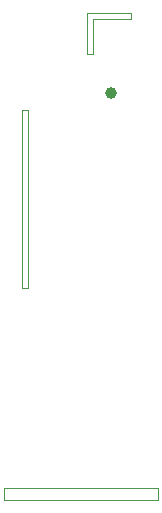
<source format=gbp>
G04 Layer_Color=128*
%FSLAX25Y25*%
%MOIN*%
G70*
G01*
G75*
%ADD28C,0.03937*%
%ADD43C,0.00394*%
D28*
X169291Y303150D02*
D03*
D43*
X139764Y238189D02*
X141732D01*
X139764D02*
Y297244D01*
X141732D01*
Y238189D02*
Y297244D01*
X185039Y167323D02*
Y171260D01*
X133858Y167323D02*
X185039D01*
X133858D02*
Y171260D01*
X185039D01*
X163386Y315945D02*
Y327756D01*
X176181D01*
Y329724D01*
X161417D02*
X176181D01*
X161417Y315945D02*
Y329724D01*
Y315945D02*
X163386D01*
M02*

</source>
